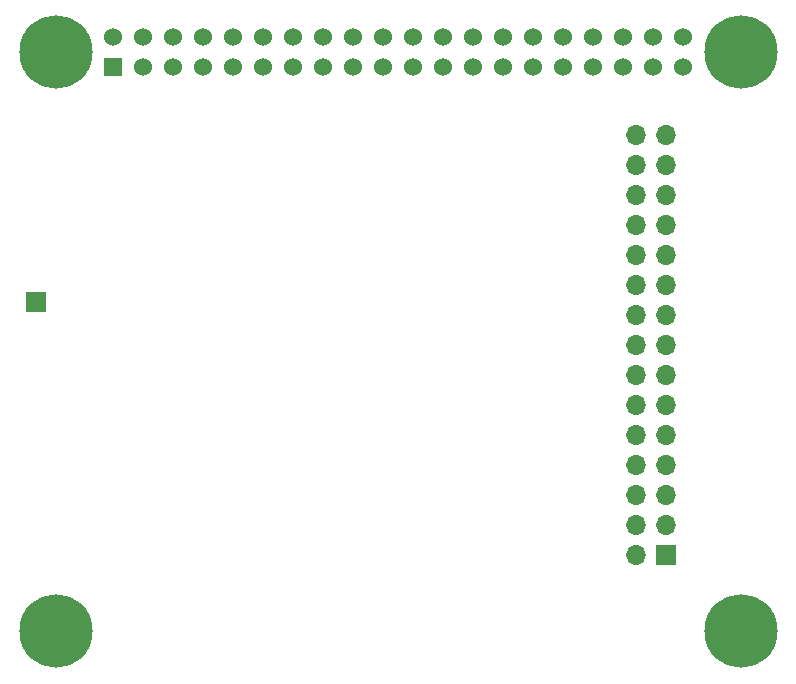
<source format=gbr>
G04 #@! TF.GenerationSoftware,KiCad,Pcbnew,5.1.7-a382d34a8~88~ubuntu18.04.1*
G04 #@! TF.CreationDate,2021-05-25T15:59:45+05:30*
G04 #@! TF.ProjectId,Gateway_v1,47617465-7761-4795-9f76-312e6b696361,rev?*
G04 #@! TF.SameCoordinates,Original*
G04 #@! TF.FileFunction,Soldermask,Top*
G04 #@! TF.FilePolarity,Negative*
%FSLAX46Y46*%
G04 Gerber Fmt 4.6, Leading zero omitted, Abs format (unit mm)*
G04 Created by KiCad (PCBNEW 5.1.7-a382d34a8~88~ubuntu18.04.1) date 2021-05-25 15:59:45*
%MOMM*%
%LPD*%
G01*
G04 APERTURE LIST*
%ADD10C,1.524000*%
%ADD11R,1.524000X1.524000*%
%ADD12C,6.200000*%
%ADD13R,1.700000X1.700000*%
%ADD14O,1.700000X1.700000*%
G04 APERTURE END LIST*
D10*
G04 #@! TO.C,J1*
X148057000Y-51773700D03*
X145517000Y-51773700D03*
X142977000Y-51773700D03*
X140437000Y-51773700D03*
X137897000Y-51773700D03*
X135357000Y-51773700D03*
X148057000Y-54313700D03*
X145517000Y-54313700D03*
X142977000Y-54313700D03*
X140437000Y-54313700D03*
X137897000Y-54313700D03*
X135357000Y-54313700D03*
X132817000Y-51773700D03*
X132817000Y-54313700D03*
X130277000Y-51773700D03*
X127737000Y-51773700D03*
X125197000Y-51773700D03*
X122657000Y-51773700D03*
X120117000Y-51773700D03*
X117577000Y-51773700D03*
X130277000Y-54313700D03*
X127737000Y-54313700D03*
X125197000Y-54313700D03*
X122657000Y-54313700D03*
X120117000Y-54313700D03*
X117577000Y-54313700D03*
X115037000Y-51773700D03*
X115037000Y-54313700D03*
X112497000Y-51773700D03*
X109957000Y-51773700D03*
X107417000Y-51773700D03*
X104877000Y-51773700D03*
X102337000Y-51773700D03*
X99797000Y-51773700D03*
X112497000Y-54313700D03*
X109957000Y-54313700D03*
X107417000Y-54313700D03*
X104877000Y-54313700D03*
X102337000Y-54313700D03*
D11*
X99797000Y-54313700D03*
D12*
X94927000Y-53043700D03*
X152927000Y-53043700D03*
X152927000Y-102043700D03*
X94927000Y-102043700D03*
G04 #@! TD*
D13*
G04 #@! TO.C,AE1*
X93268800Y-74201000D03*
G04 #@! TD*
D14*
G04 #@! TO.C,J2*
X144107000Y-60035400D03*
X146647000Y-60035400D03*
X144107000Y-62575400D03*
X146647000Y-62575400D03*
X144107000Y-65115400D03*
X146647000Y-65115400D03*
X144107000Y-67655400D03*
X146647000Y-67655400D03*
X144107000Y-70195400D03*
X146647000Y-70195400D03*
X144107000Y-72735400D03*
X146647000Y-72735400D03*
X144107000Y-75275400D03*
X146647000Y-75275400D03*
X144107000Y-77815400D03*
X146647000Y-77815400D03*
X144107000Y-80355400D03*
X146647000Y-80355400D03*
X144107000Y-82895400D03*
X146647000Y-82895400D03*
X144107000Y-85435400D03*
X146647000Y-85435400D03*
X144107000Y-87975400D03*
X146647000Y-87975400D03*
X144107000Y-90515400D03*
X146647000Y-90515400D03*
X144107000Y-93055400D03*
X146647000Y-93055400D03*
X144107000Y-95595400D03*
D13*
X146647000Y-95595400D03*
G04 #@! TD*
M02*

</source>
